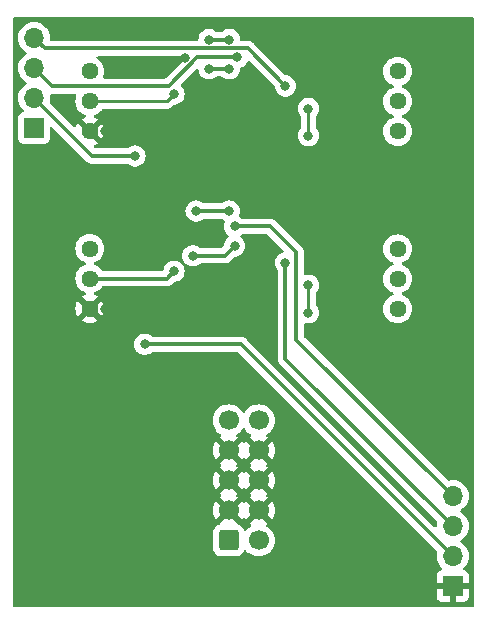
<source format=gbr>
%TF.GenerationSoftware,KiCad,Pcbnew,7.0.10*%
%TF.CreationDate,2024-02-20T21:55:58-06:00*%
%TF.ProjectId,Dual_VCA,4475616c-5f56-4434-912e-6b696361645f,rev?*%
%TF.SameCoordinates,Original*%
%TF.FileFunction,Copper,L2,Bot*%
%TF.FilePolarity,Positive*%
%FSLAX46Y46*%
G04 Gerber Fmt 4.6, Leading zero omitted, Abs format (unit mm)*
G04 Created by KiCad (PCBNEW 7.0.10) date 2024-02-20 21:55:58*
%MOMM*%
%LPD*%
G01*
G04 APERTURE LIST*
G04 Aperture macros list*
%AMRoundRect*
0 Rectangle with rounded corners*
0 $1 Rounding radius*
0 $2 $3 $4 $5 $6 $7 $8 $9 X,Y pos of 4 corners*
0 Add a 4 corners polygon primitive as box body*
4,1,4,$2,$3,$4,$5,$6,$7,$8,$9,$2,$3,0*
0 Add four circle primitives for the rounded corners*
1,1,$1+$1,$2,$3*
1,1,$1+$1,$4,$5*
1,1,$1+$1,$6,$7*
1,1,$1+$1,$8,$9*
0 Add four rect primitives between the rounded corners*
20,1,$1+$1,$2,$3,$4,$5,0*
20,1,$1+$1,$4,$5,$6,$7,0*
20,1,$1+$1,$6,$7,$8,$9,0*
20,1,$1+$1,$8,$9,$2,$3,0*%
G04 Aperture macros list end*
%TA.AperFunction,ComponentPad*%
%ADD10C,1.440000*%
%TD*%
%TA.AperFunction,ComponentPad*%
%ADD11RoundRect,0.250000X-0.600000X-0.600000X0.600000X-0.600000X0.600000X0.600000X-0.600000X0.600000X0*%
%TD*%
%TA.AperFunction,ComponentPad*%
%ADD12C,1.700000*%
%TD*%
%TA.AperFunction,ComponentPad*%
%ADD13R,1.700000X1.700000*%
%TD*%
%TA.AperFunction,ComponentPad*%
%ADD14O,1.700000X1.700000*%
%TD*%
%TA.AperFunction,ViaPad*%
%ADD15C,0.800000*%
%TD*%
%TA.AperFunction,Conductor*%
%ADD16C,0.300000*%
%TD*%
%TA.AperFunction,Conductor*%
%ADD17C,0.250000*%
%TD*%
G04 APERTURE END LIST*
D10*
%TO.P,RV6,1,1*%
%TO.N,GND*%
X111278750Y-114220000D03*
%TO.P,RV6,2,2*%
%TO.N,Net-(R32-Pad2)*%
X111278750Y-111680000D03*
%TO.P,RV6,3,3*%
%TO.N,+12V*%
X111278750Y-109140000D03*
%TD*%
%TO.P,RV4,1,1*%
%TO.N,Net-(R18-Pad1)*%
X137341250Y-114230000D03*
%TO.P,RV4,2,2*%
%TO.N,+12V*%
X137341250Y-111690000D03*
%TO.P,RV4,3,3*%
%TO.N,Net-(R19-Pad1)*%
X137341250Y-109150000D03*
%TD*%
%TO.P,RV2,1,1*%
%TO.N,GND*%
X111278750Y-129230000D03*
%TO.P,RV2,2,2*%
%TO.N,Net-(R4-Pad2)*%
X111278750Y-126690000D03*
%TO.P,RV2,3,3*%
%TO.N,+12V*%
X111278750Y-124150000D03*
%TD*%
%TO.P,RV3,1,1*%
%TO.N,Net-(R7-Pad1)*%
X137341250Y-129250000D03*
%TO.P,RV3,2,2*%
%TO.N,+12V*%
X137341250Y-126710000D03*
%TO.P,RV3,3,3*%
%TO.N,Net-(R8-Pad1)*%
X137341250Y-124170000D03*
%TD*%
D11*
%TO.P,J4,1,Pin_1*%
%TO.N,-12V*%
X123045000Y-148855000D03*
D12*
%TO.P,J4,2,Pin_2*%
X125585000Y-148855000D03*
%TO.P,J4,3,Pin_3*%
%TO.N,GND*%
X123045000Y-146315000D03*
%TO.P,J4,4,Pin_4*%
X125585000Y-146315000D03*
%TO.P,J4,5,Pin_5*%
X123045000Y-143775000D03*
%TO.P,J4,6,Pin_6*%
X125585000Y-143775000D03*
%TO.P,J4,7,Pin_7*%
X123045000Y-141235000D03*
%TO.P,J4,8,Pin_8*%
X125585000Y-141235000D03*
%TO.P,J4,9,Pin_9*%
%TO.N,+12V*%
X123045000Y-138695000D03*
%TO.P,J4,10,Pin_10*%
X125585000Y-138695000D03*
%TD*%
D13*
%TO.P,J8,1,Pin_1*%
%TO.N,unconnected-(J8-Pin_1-Pad1)*%
X106560000Y-113930000D03*
D14*
%TO.P,J8,2,Pin_2*%
%TO.N,/cv2_a*%
X106560000Y-111390000D03*
%TO.P,J8,3,Pin_3*%
%TO.N,/in2_a*%
X106560000Y-108850000D03*
%TO.P,J8,4,Pin_4*%
%TO.N,/out2_a*%
X106560000Y-106310000D03*
%TD*%
D13*
%TO.P,J12,1,Pin_1*%
%TO.N,GND*%
X142010000Y-152730000D03*
D14*
%TO.P,J12,2,Pin_2*%
%TO.N,/cv1_a*%
X142010000Y-150190000D03*
%TO.P,J12,3,Pin_3*%
%TO.N,/out1_a*%
X142010000Y-147650000D03*
%TO.P,J12,4,Pin_4*%
%TO.N,/in1_a*%
X142010000Y-145110000D03*
%TD*%
D15*
%TO.N,GND*%
X117685000Y-134005000D03*
X115285000Y-149780000D03*
X116260000Y-109080000D03*
X119310000Y-122980000D03*
X123660000Y-126555000D03*
X123660000Y-111555000D03*
X119310000Y-107980000D03*
X132685000Y-132230000D03*
X133385000Y-125380000D03*
X117685000Y-119005000D03*
X133385000Y-148605000D03*
X112585000Y-129230000D03*
X118461392Y-130519058D03*
X112585000Y-114230000D03*
X133385000Y-110380000D03*
X132685000Y-117255000D03*
X116260000Y-124080000D03*
X118470837Y-115511648D03*
%TO.N,Net-(Q1-E)*%
X120285500Y-120980000D03*
X123084500Y-120980000D03*
%TO.N,Net-(Q3-B)*%
X123084500Y-108930000D03*
X121385500Y-108930000D03*
%TO.N,Net-(Q3-C)*%
X129781373Y-112298201D03*
X129785000Y-114580000D03*
%TO.N,Net-(Q4-B)*%
X123535000Y-123930000D03*
X120010000Y-124755000D03*
%TO.N,Net-(Q4-C)*%
X129786722Y-127259615D03*
X129785000Y-129580000D03*
%TO.N,Net-(Q6-E)*%
X123084500Y-106455000D03*
X121385500Y-106455000D03*
%TO.N,Net-(R4-Pad2)*%
X118410000Y-126075000D03*
%TO.N,Net-(R32-Pad2)*%
X118410000Y-111080000D03*
%TO.N,/in2_a*%
X123785000Y-107955000D03*
%TO.N,/cv2_a*%
X115100000Y-116320000D03*
%TO.N,/out2_a*%
X127835000Y-110380000D03*
%TO.N,/in1_a*%
X123535000Y-122280000D03*
%TO.N,/cv1_a*%
X115935000Y-132255000D03*
%TO.N,/out1_a*%
X127835000Y-125355000D03*
%TD*%
D16*
%TO.N,Net-(Q1-E)*%
X120285500Y-120980000D02*
X123084500Y-120980000D01*
%TO.N,Net-(Q3-B)*%
X121385500Y-108930000D02*
X123084500Y-108930000D01*
D17*
%TO.N,Net-(Q3-C)*%
X129781373Y-112298201D02*
X129781373Y-114576373D01*
X129781373Y-114576373D02*
X129785000Y-114580000D01*
%TO.N,Net-(Q4-C)*%
X129786722Y-127259615D02*
X129786722Y-129578278D01*
X129786722Y-129578278D02*
X129785000Y-129580000D01*
D16*
%TO.N,Net-(Q6-E)*%
X121385500Y-106455000D02*
X123084500Y-106455000D01*
%TO.N,Net-(Q4-B)*%
X120010000Y-124755000D02*
X122710000Y-124755000D01*
%TO.N,Net-(R4-Pad2)*%
X117795000Y-126690000D02*
X111278750Y-126690000D01*
%TO.N,Net-(Q4-B)*%
X122710000Y-124755000D02*
X123535000Y-123930000D01*
%TO.N,Net-(R4-Pad2)*%
X118410000Y-126075000D02*
X117795000Y-126690000D01*
%TO.N,/cv2_a*%
X111490000Y-116320000D02*
X106560000Y-111390000D01*
%TO.N,/out1_a*%
X127840000Y-133480000D02*
X142010000Y-147650000D01*
%TO.N,/cv2_a*%
X106635000Y-111515000D02*
X106635000Y-111440000D01*
D17*
%TO.N,Net-(R32-Pad2)*%
X117810000Y-111680000D02*
X111278750Y-111680000D01*
D16*
%TO.N,/out1_a*%
X127835000Y-133480000D02*
X127840000Y-133480000D01*
%TO.N,/in1_a*%
X128760000Y-124470000D02*
X128760000Y-131865000D01*
%TO.N,/out2_a*%
X107455000Y-107205000D02*
X106560000Y-106310000D01*
%TO.N,/in2_a*%
X108115000Y-110405000D02*
X106560000Y-108850000D01*
%TO.N,/cv1_a*%
X124075000Y-132255000D02*
X142010000Y-150190000D01*
%TO.N,/in1_a*%
X128760000Y-131865000D02*
X128765000Y-131865000D01*
%TO.N,/out2_a*%
X124660000Y-107205000D02*
X107455000Y-107205000D01*
%TO.N,/out1_a*%
X127835000Y-125355000D02*
X127835000Y-133480000D01*
%TO.N,/in2_a*%
X123785000Y-107955000D02*
X120395661Y-107955000D01*
%TO.N,/cv1_a*%
X115935000Y-132255000D02*
X124075000Y-132255000D01*
D17*
%TO.N,Net-(R32-Pad2)*%
X117810000Y-111680000D02*
X118410000Y-111080000D01*
D16*
%TO.N,/in1_a*%
X123535000Y-122280000D02*
X126570000Y-122280000D01*
X128765000Y-131865000D02*
X142010000Y-145110000D01*
%TO.N,/in2_a*%
X117945661Y-110405000D02*
X108115000Y-110405000D01*
%TO.N,/cv2_a*%
X115100000Y-116320000D02*
X111490000Y-116320000D01*
%TO.N,/in2_a*%
X120395661Y-107955000D02*
X117945661Y-110405000D01*
%TO.N,/in1_a*%
X126570000Y-122280000D02*
X128760000Y-124470000D01*
%TO.N,/out2_a*%
X127835000Y-110380000D02*
X124660000Y-107205000D01*
%TD*%
%TA.AperFunction,Conductor*%
%TO.N,GND*%
G36*
X125125507Y-146524844D02*
G01*
X125203239Y-146645798D01*
X125311900Y-146739952D01*
X125442685Y-146799680D01*
X125452466Y-146801086D01*
X124823625Y-147429925D01*
X124899594Y-147483119D01*
X124943219Y-147537696D01*
X124950413Y-147607194D01*
X124918890Y-147669549D01*
X124899595Y-147686269D01*
X124713594Y-147816508D01*
X124546503Y-147983599D01*
X124545349Y-147984975D01*
X124544688Y-147985414D01*
X124542676Y-147987427D01*
X124542271Y-147987022D01*
X124487173Y-148023671D01*
X124417312Y-148024772D01*
X124357946Y-147987928D01*
X124332663Y-147944265D01*
X124329814Y-147935666D01*
X124237712Y-147786344D01*
X124113656Y-147662288D01*
X123964334Y-147570186D01*
X123891966Y-147546205D01*
X123834522Y-147506433D01*
X123807699Y-147441917D01*
X123807585Y-147431137D01*
X123177533Y-146801086D01*
X123187315Y-146799680D01*
X123318100Y-146739952D01*
X123426761Y-146645798D01*
X123504493Y-146524844D01*
X123528076Y-146444524D01*
X124159925Y-147076373D01*
X124213425Y-146999968D01*
X124268002Y-146956344D01*
X124337501Y-146949151D01*
X124399855Y-146980673D01*
X124416576Y-146999969D01*
X124470073Y-147076372D01*
X125101922Y-146444523D01*
X125125507Y-146524844D01*
G37*
%TD.AperFunction*%
%TA.AperFunction,Conductor*%
G36*
X125125507Y-143984844D02*
G01*
X125203239Y-144105798D01*
X125311900Y-144199952D01*
X125442685Y-144259680D01*
X125452466Y-144261086D01*
X124823625Y-144889925D01*
X124900031Y-144943425D01*
X124943655Y-144998002D01*
X124950848Y-145067501D01*
X124919326Y-145129855D01*
X124900029Y-145146576D01*
X124823625Y-145200072D01*
X125452466Y-145828913D01*
X125442685Y-145830320D01*
X125311900Y-145890048D01*
X125203239Y-145984202D01*
X125125507Y-146105156D01*
X125101923Y-146185476D01*
X124470072Y-145553625D01*
X124470072Y-145553626D01*
X124416574Y-145630030D01*
X124361998Y-145673655D01*
X124292499Y-145680849D01*
X124230144Y-145649326D01*
X124213424Y-145630030D01*
X124159925Y-145553626D01*
X124159925Y-145553625D01*
X123528076Y-146185475D01*
X123504493Y-146105156D01*
X123426761Y-145984202D01*
X123318100Y-145890048D01*
X123187315Y-145830320D01*
X123177533Y-145828913D01*
X123806373Y-145200073D01*
X123729969Y-145146576D01*
X123686344Y-145091999D01*
X123679150Y-145022501D01*
X123710672Y-144960146D01*
X123729968Y-144943425D01*
X123806373Y-144889925D01*
X123177533Y-144261086D01*
X123187315Y-144259680D01*
X123318100Y-144199952D01*
X123426761Y-144105798D01*
X123504493Y-143984844D01*
X123528076Y-143904524D01*
X124159925Y-144536373D01*
X124213425Y-144459968D01*
X124268002Y-144416344D01*
X124337501Y-144409151D01*
X124399855Y-144440673D01*
X124416576Y-144459969D01*
X124470073Y-144536372D01*
X125101922Y-143904523D01*
X125125507Y-143984844D01*
G37*
%TD.AperFunction*%
%TA.AperFunction,Conductor*%
G36*
X125125507Y-141444844D02*
G01*
X125203239Y-141565798D01*
X125311900Y-141659952D01*
X125442685Y-141719680D01*
X125452466Y-141721086D01*
X124823625Y-142349925D01*
X124900031Y-142403425D01*
X124943655Y-142458002D01*
X124950848Y-142527501D01*
X124919326Y-142589855D01*
X124900029Y-142606576D01*
X124823625Y-142660072D01*
X125452466Y-143288913D01*
X125442685Y-143290320D01*
X125311900Y-143350048D01*
X125203239Y-143444202D01*
X125125507Y-143565156D01*
X125101923Y-143645476D01*
X124470072Y-143013625D01*
X124470072Y-143013626D01*
X124416574Y-143090030D01*
X124361998Y-143133655D01*
X124292499Y-143140849D01*
X124230144Y-143109326D01*
X124213424Y-143090030D01*
X124159925Y-143013626D01*
X124159925Y-143013625D01*
X123528076Y-143645475D01*
X123504493Y-143565156D01*
X123426761Y-143444202D01*
X123318100Y-143350048D01*
X123187315Y-143290320D01*
X123177533Y-143288913D01*
X123806373Y-142660073D01*
X123729969Y-142606576D01*
X123686344Y-142551999D01*
X123679150Y-142482501D01*
X123710672Y-142420146D01*
X123729968Y-142403425D01*
X123806373Y-142349925D01*
X123177533Y-141721086D01*
X123187315Y-141719680D01*
X123318100Y-141659952D01*
X123426761Y-141565798D01*
X123504493Y-141444844D01*
X123528076Y-141364524D01*
X124159925Y-141996373D01*
X124213425Y-141919968D01*
X124268002Y-141876344D01*
X124337501Y-141869151D01*
X124399855Y-141900673D01*
X124416576Y-141919969D01*
X124470073Y-141996372D01*
X125101922Y-141364523D01*
X125125507Y-141444844D01*
G37*
%TD.AperFunction*%
%TA.AperFunction,Conductor*%
G36*
X124399855Y-139361546D02*
G01*
X124416575Y-139380842D01*
X124546500Y-139566395D01*
X124546505Y-139566401D01*
X124713599Y-139733495D01*
X124899594Y-139863730D01*
X124943218Y-139918307D01*
X124950411Y-139987806D01*
X124918889Y-140050160D01*
X124899593Y-140066880D01*
X124823626Y-140120072D01*
X124823625Y-140120072D01*
X125452466Y-140748913D01*
X125442685Y-140750320D01*
X125311900Y-140810048D01*
X125203239Y-140904202D01*
X125125507Y-141025156D01*
X125101923Y-141105476D01*
X124470072Y-140473625D01*
X124470072Y-140473626D01*
X124416574Y-140550030D01*
X124361998Y-140593655D01*
X124292499Y-140600849D01*
X124230144Y-140569326D01*
X124213424Y-140550030D01*
X124159925Y-140473626D01*
X124159925Y-140473625D01*
X123528076Y-141105475D01*
X123504493Y-141025156D01*
X123426761Y-140904202D01*
X123318100Y-140810048D01*
X123187315Y-140750320D01*
X123177533Y-140748913D01*
X123806373Y-140120073D01*
X123806373Y-140120072D01*
X123730405Y-140066880D01*
X123686780Y-140012304D01*
X123679586Y-139942805D01*
X123711108Y-139880451D01*
X123730399Y-139863734D01*
X123916401Y-139733495D01*
X124083495Y-139566401D01*
X124213425Y-139380842D01*
X124268002Y-139337217D01*
X124337500Y-139330023D01*
X124399855Y-139361546D01*
G37*
%TD.AperFunction*%
%TA.AperFunction,Conductor*%
G36*
X108031110Y-111055500D02*
G01*
X108032823Y-111055500D01*
X108054045Y-111055500D01*
X108073444Y-111057026D01*
X108094405Y-111060347D01*
X108139860Y-111056050D01*
X108151530Y-111055500D01*
X110028645Y-111055500D01*
X110095684Y-111075185D01*
X110141439Y-111127989D01*
X110151383Y-111197147D01*
X110141028Y-111231904D01*
X110127473Y-111260972D01*
X110127471Y-111260977D01*
X110072202Y-111467247D01*
X110072200Y-111467258D01*
X110053588Y-111679998D01*
X110053588Y-111680001D01*
X110072200Y-111892741D01*
X110072202Y-111892752D01*
X110127471Y-112099022D01*
X110127473Y-112099026D01*
X110127474Y-112099030D01*
X110154555Y-112157105D01*
X110217727Y-112292578D01*
X110217728Y-112292580D01*
X110217729Y-112292581D01*
X110233253Y-112314752D01*
X110340222Y-112467521D01*
X110491228Y-112618527D01*
X110491231Y-112618529D01*
X110666169Y-112741021D01*
X110666171Y-112741022D01*
X110666170Y-112741022D01*
X110730686Y-112771106D01*
X110859720Y-112831276D01*
X110859733Y-112831279D01*
X110864814Y-112833130D01*
X110864140Y-112834978D01*
X110916430Y-112866857D01*
X110946954Y-112929707D01*
X110938653Y-112999082D01*
X110894163Y-113052956D01*
X110864654Y-113066432D01*
X110864986Y-113067342D01*
X110859890Y-113069197D01*
X110666421Y-113159412D01*
X110666419Y-113159413D01*
X110610719Y-113198415D01*
X110610718Y-113198415D01*
X111234350Y-113822046D01*
X111153602Y-113834835D01*
X111040705Y-113892359D01*
X110951109Y-113981955D01*
X110893585Y-114094852D01*
X110880796Y-114175599D01*
X110257165Y-113551968D01*
X110257165Y-113551969D01*
X110218163Y-113607669D01*
X110218162Y-113607671D01*
X110127463Y-113802178D01*
X110081291Y-113854617D01*
X110014097Y-113873769D01*
X109947216Y-113853553D01*
X109927400Y-113837454D01*
X107907709Y-111817763D01*
X107874224Y-111756440D01*
X107875615Y-111697989D01*
X107880436Y-111679998D01*
X107895063Y-111625408D01*
X107915659Y-111390000D01*
X107898150Y-111189882D01*
X107911916Y-111121385D01*
X107960531Y-111071202D01*
X108025021Y-111056096D01*
X108025021Y-111055500D01*
X108027569Y-111055500D01*
X108028560Y-111055268D01*
X108031110Y-111055500D01*
G37*
%TD.AperFunction*%
%TA.AperFunction,Conductor*%
G36*
X119342892Y-107875185D02*
G01*
X119388647Y-107927989D01*
X119398591Y-107997147D01*
X119369566Y-108060703D01*
X119363534Y-108067181D01*
X117712534Y-109718181D01*
X117651211Y-109751666D01*
X117624853Y-109754500D01*
X112533518Y-109754500D01*
X112466479Y-109734815D01*
X112420724Y-109682011D01*
X112410780Y-109612853D01*
X112421135Y-109578097D01*
X112425362Y-109569031D01*
X112430026Y-109559030D01*
X112485299Y-109352747D01*
X112503912Y-109140000D01*
X112485299Y-108927253D01*
X112432707Y-108730977D01*
X112430028Y-108720977D01*
X112430027Y-108720976D01*
X112430026Y-108720970D01*
X112339771Y-108527419D01*
X112217279Y-108352481D01*
X112217277Y-108352478D01*
X112066271Y-108201472D01*
X111967172Y-108132083D01*
X111894323Y-108081074D01*
X111850699Y-108026499D01*
X111843505Y-107957000D01*
X111875027Y-107894645D01*
X111935257Y-107859231D01*
X111965447Y-107855500D01*
X119275853Y-107855500D01*
X119342892Y-107875185D01*
G37*
%TD.AperFunction*%
%TA.AperFunction,Conductor*%
G36*
X143752539Y-104550185D02*
G01*
X143798294Y-104602989D01*
X143809500Y-104654500D01*
X143809500Y-154405500D01*
X143789815Y-154472539D01*
X143737011Y-154518294D01*
X143685500Y-154529500D01*
X104934500Y-154529500D01*
X104867461Y-154509815D01*
X104821706Y-154457011D01*
X104810500Y-154405500D01*
X104810500Y-138695000D01*
X121689341Y-138695000D01*
X121709936Y-138930403D01*
X121709938Y-138930413D01*
X121771094Y-139158655D01*
X121771096Y-139158659D01*
X121771097Y-139158663D01*
X121775000Y-139167032D01*
X121870965Y-139372830D01*
X121870967Y-139372834D01*
X121979281Y-139527521D01*
X122006505Y-139566401D01*
X122173599Y-139733495D01*
X122359594Y-139863730D01*
X122403218Y-139918307D01*
X122410411Y-139987806D01*
X122378889Y-140050160D01*
X122359593Y-140066880D01*
X122283626Y-140120072D01*
X122283625Y-140120072D01*
X122912466Y-140748913D01*
X122902685Y-140750320D01*
X122771900Y-140810048D01*
X122663239Y-140904202D01*
X122585507Y-141025156D01*
X122561923Y-141105475D01*
X121930073Y-140473625D01*
X121930072Y-140473625D01*
X121871401Y-140557419D01*
X121771570Y-140771507D01*
X121771566Y-140771516D01*
X121710432Y-140999673D01*
X121710430Y-140999684D01*
X121689843Y-141234998D01*
X121689843Y-141235001D01*
X121710430Y-141470315D01*
X121710432Y-141470326D01*
X121771566Y-141698483D01*
X121771570Y-141698492D01*
X121871400Y-141912579D01*
X121871402Y-141912583D01*
X121930072Y-141996373D01*
X121930073Y-141996373D01*
X122561923Y-141364523D01*
X122585507Y-141444844D01*
X122663239Y-141565798D01*
X122771900Y-141659952D01*
X122902685Y-141719680D01*
X122912466Y-141721086D01*
X122283625Y-142349925D01*
X122360031Y-142403425D01*
X122403655Y-142458002D01*
X122410848Y-142527501D01*
X122379326Y-142589855D01*
X122360029Y-142606576D01*
X122283625Y-142660072D01*
X122912466Y-143288913D01*
X122902685Y-143290320D01*
X122771900Y-143350048D01*
X122663239Y-143444202D01*
X122585507Y-143565156D01*
X122561923Y-143645475D01*
X121930073Y-143013625D01*
X121930072Y-143013625D01*
X121871401Y-143097419D01*
X121771570Y-143311507D01*
X121771566Y-143311516D01*
X121710432Y-143539673D01*
X121710430Y-143539684D01*
X121689843Y-143774998D01*
X121689843Y-143775001D01*
X121710430Y-144010315D01*
X121710432Y-144010326D01*
X121771566Y-144238483D01*
X121771570Y-144238492D01*
X121871400Y-144452579D01*
X121871402Y-144452583D01*
X121930072Y-144536373D01*
X121930073Y-144536373D01*
X122561923Y-143904523D01*
X122585507Y-143984844D01*
X122663239Y-144105798D01*
X122771900Y-144199952D01*
X122902685Y-144259680D01*
X122912466Y-144261086D01*
X122283625Y-144889925D01*
X122360031Y-144943425D01*
X122403655Y-144998002D01*
X122410848Y-145067501D01*
X122379326Y-145129855D01*
X122360029Y-145146576D01*
X122283625Y-145200072D01*
X122912466Y-145828913D01*
X122902685Y-145830320D01*
X122771900Y-145890048D01*
X122663239Y-145984202D01*
X122585507Y-146105156D01*
X122561923Y-146185475D01*
X121930073Y-145553625D01*
X121930072Y-145553625D01*
X121871401Y-145637419D01*
X121771570Y-145851507D01*
X121771566Y-145851516D01*
X121710432Y-146079673D01*
X121710430Y-146079684D01*
X121689843Y-146314998D01*
X121689843Y-146315001D01*
X121710430Y-146550315D01*
X121710432Y-146550326D01*
X121771566Y-146778483D01*
X121771570Y-146778492D01*
X121871400Y-146992579D01*
X121871402Y-146992583D01*
X121930072Y-147076373D01*
X121930073Y-147076373D01*
X122561923Y-146444523D01*
X122585507Y-146524844D01*
X122663239Y-146645798D01*
X122771900Y-146739952D01*
X122902685Y-146799680D01*
X122912466Y-146801086D01*
X122279208Y-147434342D01*
X122268788Y-147486193D01*
X122220172Y-147536376D01*
X122198032Y-147546205D01*
X122125674Y-147570182D01*
X122125663Y-147570187D01*
X121976342Y-147662289D01*
X121852289Y-147786342D01*
X121760187Y-147935663D01*
X121760185Y-147935668D01*
X121743701Y-147985414D01*
X121705001Y-148102203D01*
X121705001Y-148102204D01*
X121705000Y-148102204D01*
X121694500Y-148204983D01*
X121694500Y-149505001D01*
X121694501Y-149505018D01*
X121705000Y-149607796D01*
X121705001Y-149607799D01*
X121744303Y-149726402D01*
X121760186Y-149774334D01*
X121852288Y-149923656D01*
X121976344Y-150047712D01*
X122125666Y-150139814D01*
X122292203Y-150194999D01*
X122394991Y-150205500D01*
X123695008Y-150205499D01*
X123797797Y-150194999D01*
X123964334Y-150139814D01*
X124113656Y-150047712D01*
X124237712Y-149923656D01*
X124329814Y-149774334D01*
X124332662Y-149765738D01*
X124372429Y-149708294D01*
X124436944Y-149681468D01*
X124505720Y-149693779D01*
X124542483Y-149722766D01*
X124542677Y-149722573D01*
X124544313Y-149724209D01*
X124545354Y-149725030D01*
X124546501Y-149726397D01*
X124546505Y-149726401D01*
X124713599Y-149893495D01*
X124800860Y-149954596D01*
X124907165Y-150029032D01*
X124907167Y-150029033D01*
X124907170Y-150029035D01*
X125121337Y-150128903D01*
X125349592Y-150190063D01*
X125526034Y-150205500D01*
X125584999Y-150210659D01*
X125585000Y-150210659D01*
X125585001Y-150210659D01*
X125643966Y-150205500D01*
X125820408Y-150190063D01*
X126048663Y-150128903D01*
X126262830Y-150029035D01*
X126456401Y-149893495D01*
X126623495Y-149726401D01*
X126759035Y-149532830D01*
X126858903Y-149318663D01*
X126920063Y-149090408D01*
X126940659Y-148855000D01*
X126920063Y-148619592D01*
X126858903Y-148391337D01*
X126759035Y-148177171D01*
X126714568Y-148113664D01*
X126623494Y-147983597D01*
X126456402Y-147816506D01*
X126456401Y-147816505D01*
X126270405Y-147686269D01*
X126226781Y-147631692D01*
X126219588Y-147562193D01*
X126251110Y-147499839D01*
X126270405Y-147483119D01*
X126346373Y-147429925D01*
X125717533Y-146801086D01*
X125727315Y-146799680D01*
X125858100Y-146739952D01*
X125966761Y-146645798D01*
X126044493Y-146524844D01*
X126068076Y-146444524D01*
X126699925Y-147076373D01*
X126699926Y-147076373D01*
X126758598Y-146992582D01*
X126758600Y-146992578D01*
X126858429Y-146778492D01*
X126858433Y-146778483D01*
X126919567Y-146550326D01*
X126919569Y-146550315D01*
X126940157Y-146315001D01*
X126940157Y-146314998D01*
X126919569Y-146079684D01*
X126919567Y-146079673D01*
X126858433Y-145851516D01*
X126858429Y-145851507D01*
X126758600Y-145637423D01*
X126758599Y-145637421D01*
X126699925Y-145553626D01*
X126699925Y-145553625D01*
X126068076Y-146185475D01*
X126044493Y-146105156D01*
X125966761Y-145984202D01*
X125858100Y-145890048D01*
X125727315Y-145830320D01*
X125717533Y-145828913D01*
X126346373Y-145200073D01*
X126269969Y-145146576D01*
X126226344Y-145091999D01*
X126219150Y-145022501D01*
X126250672Y-144960146D01*
X126269968Y-144943425D01*
X126346373Y-144889925D01*
X125717533Y-144261086D01*
X125727315Y-144259680D01*
X125858100Y-144199952D01*
X125966761Y-144105798D01*
X126044493Y-143984844D01*
X126068076Y-143904524D01*
X126699925Y-144536373D01*
X126699926Y-144536373D01*
X126758598Y-144452582D01*
X126758600Y-144452578D01*
X126858429Y-144238492D01*
X126858433Y-144238483D01*
X126919567Y-144010326D01*
X126919569Y-144010315D01*
X126940157Y-143775001D01*
X126940157Y-143774998D01*
X126919569Y-143539684D01*
X126919567Y-143539673D01*
X126858433Y-143311516D01*
X126858429Y-143311507D01*
X126758600Y-143097423D01*
X126758599Y-143097421D01*
X126699925Y-143013626D01*
X126699925Y-143013625D01*
X126068076Y-143645475D01*
X126044493Y-143565156D01*
X125966761Y-143444202D01*
X125858100Y-143350048D01*
X125727315Y-143290320D01*
X125717533Y-143288913D01*
X126346373Y-142660073D01*
X126269969Y-142606576D01*
X126226344Y-142551999D01*
X126219150Y-142482501D01*
X126250672Y-142420146D01*
X126269968Y-142403425D01*
X126346373Y-142349925D01*
X125717533Y-141721086D01*
X125727315Y-141719680D01*
X125858100Y-141659952D01*
X125966761Y-141565798D01*
X126044493Y-141444844D01*
X126068076Y-141364524D01*
X126699925Y-141996373D01*
X126699926Y-141996373D01*
X126758598Y-141912582D01*
X126758600Y-141912578D01*
X126858429Y-141698492D01*
X126858433Y-141698483D01*
X126919567Y-141470326D01*
X126919569Y-141470315D01*
X126940157Y-141235001D01*
X126940157Y-141234998D01*
X126919569Y-140999684D01*
X126919567Y-140999673D01*
X126858433Y-140771516D01*
X126858429Y-140771507D01*
X126758600Y-140557423D01*
X126758599Y-140557421D01*
X126699925Y-140473626D01*
X126699925Y-140473625D01*
X126068076Y-141105475D01*
X126044493Y-141025156D01*
X125966761Y-140904202D01*
X125858100Y-140810048D01*
X125727315Y-140750320D01*
X125717533Y-140748913D01*
X126346373Y-140120073D01*
X126346373Y-140120072D01*
X126270405Y-140066880D01*
X126226780Y-140012304D01*
X126219586Y-139942805D01*
X126251108Y-139880451D01*
X126270399Y-139863734D01*
X126456401Y-139733495D01*
X126623495Y-139566401D01*
X126759035Y-139372830D01*
X126858903Y-139158663D01*
X126920063Y-138930408D01*
X126940659Y-138695000D01*
X126920063Y-138459592D01*
X126858903Y-138231337D01*
X126759035Y-138017171D01*
X126753425Y-138009158D01*
X126623494Y-137823597D01*
X126456402Y-137656506D01*
X126456395Y-137656501D01*
X126262834Y-137520967D01*
X126262830Y-137520965D01*
X126262828Y-137520964D01*
X126048663Y-137421097D01*
X126048659Y-137421096D01*
X126048655Y-137421094D01*
X125820413Y-137359938D01*
X125820403Y-137359936D01*
X125585001Y-137339341D01*
X125584999Y-137339341D01*
X125349596Y-137359936D01*
X125349586Y-137359938D01*
X125121344Y-137421094D01*
X125121335Y-137421098D01*
X124907171Y-137520964D01*
X124907169Y-137520965D01*
X124713597Y-137656505D01*
X124546505Y-137823597D01*
X124416575Y-138009158D01*
X124361998Y-138052783D01*
X124292500Y-138059977D01*
X124230145Y-138028454D01*
X124213425Y-138009158D01*
X124083494Y-137823597D01*
X123916402Y-137656506D01*
X123916395Y-137656501D01*
X123722834Y-137520967D01*
X123722830Y-137520965D01*
X123722828Y-137520964D01*
X123508663Y-137421097D01*
X123508659Y-137421096D01*
X123508655Y-137421094D01*
X123280413Y-137359938D01*
X123280403Y-137359936D01*
X123045001Y-137339341D01*
X123044999Y-137339341D01*
X122809596Y-137359936D01*
X122809586Y-137359938D01*
X122581344Y-137421094D01*
X122581335Y-137421098D01*
X122367171Y-137520964D01*
X122367169Y-137520965D01*
X122173597Y-137656505D01*
X122006505Y-137823597D01*
X121870965Y-138017169D01*
X121870964Y-138017171D01*
X121771098Y-138231335D01*
X121771094Y-138231344D01*
X121709938Y-138459586D01*
X121709936Y-138459596D01*
X121689341Y-138694999D01*
X121689341Y-138695000D01*
X104810500Y-138695000D01*
X104810500Y-132255000D01*
X115029540Y-132255000D01*
X115049326Y-132443256D01*
X115049327Y-132443259D01*
X115107818Y-132623277D01*
X115107821Y-132623284D01*
X115202467Y-132787216D01*
X115308971Y-132905500D01*
X115329129Y-132927888D01*
X115482265Y-133039148D01*
X115482270Y-133039151D01*
X115655192Y-133116142D01*
X115655197Y-133116144D01*
X115840354Y-133155500D01*
X115840355Y-133155500D01*
X116029644Y-133155500D01*
X116029646Y-133155500D01*
X116214803Y-133116144D01*
X116387730Y-133039151D01*
X116539090Y-132929182D01*
X116604896Y-132905702D01*
X116611975Y-132905500D01*
X123754192Y-132905500D01*
X123821231Y-132925185D01*
X123841873Y-132941819D01*
X140662290Y-149762236D01*
X140695775Y-149823559D01*
X140694384Y-149882008D01*
X140674937Y-149954589D01*
X140674937Y-149954590D01*
X140654341Y-150189999D01*
X140654341Y-150190000D01*
X140674936Y-150425403D01*
X140674938Y-150425413D01*
X140736094Y-150653655D01*
X140736096Y-150653659D01*
X140736097Y-150653663D01*
X140835965Y-150867830D01*
X140835967Y-150867834D01*
X140944281Y-151022521D01*
X140971501Y-151061396D01*
X140971506Y-151061402D01*
X141093818Y-151183714D01*
X141127303Y-151245037D01*
X141122319Y-151314729D01*
X141080447Y-151370662D01*
X141049471Y-151387577D01*
X140917912Y-151436646D01*
X140917906Y-151436649D01*
X140802812Y-151522809D01*
X140802809Y-151522812D01*
X140716649Y-151637906D01*
X140716645Y-151637913D01*
X140666403Y-151772620D01*
X140666401Y-151772627D01*
X140660000Y-151832155D01*
X140660000Y-152480000D01*
X141576314Y-152480000D01*
X141550507Y-152520156D01*
X141510000Y-152658111D01*
X141510000Y-152801889D01*
X141550507Y-152939844D01*
X141576314Y-152980000D01*
X140660000Y-152980000D01*
X140660000Y-153627844D01*
X140666401Y-153687372D01*
X140666403Y-153687379D01*
X140716645Y-153822086D01*
X140716649Y-153822093D01*
X140802809Y-153937187D01*
X140802812Y-153937190D01*
X140917906Y-154023350D01*
X140917913Y-154023354D01*
X141052620Y-154073596D01*
X141052627Y-154073598D01*
X141112155Y-154079999D01*
X141112172Y-154080000D01*
X141760000Y-154080000D01*
X141760000Y-153165501D01*
X141867685Y-153214680D01*
X141974237Y-153230000D01*
X142045763Y-153230000D01*
X142152315Y-153214680D01*
X142260000Y-153165501D01*
X142260000Y-154080000D01*
X142907828Y-154080000D01*
X142907844Y-154079999D01*
X142967372Y-154073598D01*
X142967379Y-154073596D01*
X143102086Y-154023354D01*
X143102093Y-154023350D01*
X143217187Y-153937190D01*
X143217190Y-153937187D01*
X143303350Y-153822093D01*
X143303354Y-153822086D01*
X143353596Y-153687379D01*
X143353598Y-153687372D01*
X143359999Y-153627844D01*
X143360000Y-153627827D01*
X143360000Y-152980000D01*
X142443686Y-152980000D01*
X142469493Y-152939844D01*
X142510000Y-152801889D01*
X142510000Y-152658111D01*
X142469493Y-152520156D01*
X142443686Y-152480000D01*
X143360000Y-152480000D01*
X143360000Y-151832172D01*
X143359999Y-151832155D01*
X143353598Y-151772627D01*
X143353596Y-151772620D01*
X143303354Y-151637913D01*
X143303350Y-151637906D01*
X143217190Y-151522812D01*
X143217187Y-151522809D01*
X143102093Y-151436649D01*
X143102088Y-151436646D01*
X142970528Y-151387577D01*
X142914595Y-151345705D01*
X142890178Y-151280241D01*
X142905030Y-151211968D01*
X142926175Y-151183720D01*
X143048495Y-151061401D01*
X143184035Y-150867830D01*
X143283903Y-150653663D01*
X143345063Y-150425408D01*
X143365659Y-150190000D01*
X143345063Y-149954592D01*
X143293522Y-149762236D01*
X143283905Y-149726344D01*
X143283904Y-149726343D01*
X143283903Y-149726337D01*
X143184035Y-149512171D01*
X143179027Y-149505018D01*
X143048494Y-149318597D01*
X142881402Y-149151506D01*
X142881396Y-149151501D01*
X142695842Y-149021575D01*
X142652217Y-148966998D01*
X142645023Y-148897500D01*
X142676546Y-148835145D01*
X142695842Y-148818425D01*
X142718026Y-148802891D01*
X142881401Y-148688495D01*
X143048495Y-148521401D01*
X143184035Y-148327830D01*
X143283903Y-148113663D01*
X143345063Y-147885408D01*
X143365659Y-147650000D01*
X143345063Y-147414592D01*
X143283903Y-147186337D01*
X143184035Y-146972171D01*
X143167917Y-146949151D01*
X143048494Y-146778597D01*
X142881402Y-146611506D01*
X142881396Y-146611501D01*
X142695842Y-146481575D01*
X142652217Y-146426998D01*
X142645023Y-146357500D01*
X142676546Y-146295145D01*
X142695842Y-146278425D01*
X142746275Y-146243111D01*
X142881401Y-146148495D01*
X143048495Y-145981401D01*
X143184035Y-145787830D01*
X143283903Y-145573663D01*
X143345063Y-145345408D01*
X143365659Y-145110000D01*
X143345063Y-144874592D01*
X143283903Y-144646337D01*
X143184035Y-144432171D01*
X143167917Y-144409151D01*
X143048494Y-144238597D01*
X142881402Y-144071506D01*
X142881395Y-144071501D01*
X142687834Y-143935967D01*
X142687830Y-143935965D01*
X142473663Y-143836097D01*
X142473659Y-143836096D01*
X142473655Y-143836094D01*
X142245413Y-143774938D01*
X142245403Y-143774936D01*
X142010001Y-143754341D01*
X142009999Y-143754341D01*
X141774590Y-143774937D01*
X141774589Y-143774937D01*
X141702008Y-143794384D01*
X141632158Y-143792720D01*
X141582236Y-143762290D01*
X129446819Y-131626873D01*
X129413334Y-131565550D01*
X129410500Y-131539192D01*
X129410500Y-130574142D01*
X129430185Y-130507103D01*
X129482989Y-130461348D01*
X129552147Y-130451404D01*
X129560270Y-130452850D01*
X129690354Y-130480500D01*
X129690355Y-130480500D01*
X129879644Y-130480500D01*
X129879646Y-130480500D01*
X130064803Y-130441144D01*
X130237730Y-130364151D01*
X130390871Y-130252888D01*
X130517533Y-130112216D01*
X130612179Y-129948284D01*
X130670674Y-129768256D01*
X130690460Y-129580000D01*
X130670674Y-129391744D01*
X130624619Y-129250001D01*
X136116088Y-129250001D01*
X136134700Y-129462741D01*
X136134702Y-129462752D01*
X136189971Y-129669022D01*
X136189973Y-129669026D01*
X136189974Y-129669030D01*
X136232421Y-129760058D01*
X136280227Y-129862578D01*
X136402722Y-130037521D01*
X136553728Y-130188527D01*
X136553731Y-130188529D01*
X136728669Y-130311021D01*
X136728671Y-130311022D01*
X136728670Y-130311022D01*
X136793186Y-130341106D01*
X136922220Y-130401276D01*
X137128503Y-130456549D01*
X137280465Y-130469844D01*
X137341248Y-130475162D01*
X137341250Y-130475162D01*
X137341252Y-130475162D01*
X137394436Y-130470508D01*
X137553997Y-130456549D01*
X137760280Y-130401276D01*
X137953831Y-130311021D01*
X138128769Y-130188529D01*
X138279779Y-130037519D01*
X138402271Y-129862581D01*
X138492526Y-129669030D01*
X138547799Y-129462747D01*
X138566412Y-129250000D01*
X138564662Y-129230002D01*
X138547799Y-129037258D01*
X138547799Y-129037253D01*
X138492526Y-128830970D01*
X138402271Y-128637419D01*
X138279779Y-128462481D01*
X138279777Y-128462478D01*
X138128771Y-128311472D01*
X137953828Y-128188977D01*
X137953829Y-128188977D01*
X137824797Y-128128809D01*
X137760280Y-128098724D01*
X137760273Y-128098722D01*
X137755186Y-128096870D01*
X137755959Y-128094746D01*
X137704555Y-128063424D01*
X137674016Y-128000581D01*
X137682300Y-127931204D01*
X137726778Y-127877320D01*
X137755565Y-127864172D01*
X137755186Y-127863130D01*
X137760263Y-127861280D01*
X137760280Y-127861276D01*
X137953831Y-127771021D01*
X138128769Y-127648529D01*
X138279779Y-127497519D01*
X138402271Y-127322581D01*
X138492526Y-127129030D01*
X138547799Y-126922747D01*
X138566412Y-126710000D01*
X138547799Y-126497253D01*
X138492526Y-126290970D01*
X138402271Y-126097419D01*
X138279779Y-125922481D01*
X138279777Y-125922478D01*
X138128771Y-125771472D01*
X137953828Y-125648977D01*
X137953829Y-125648977D01*
X137824797Y-125588809D01*
X137760280Y-125558724D01*
X137760273Y-125558722D01*
X137755186Y-125556870D01*
X137755959Y-125554746D01*
X137704555Y-125523424D01*
X137674016Y-125460581D01*
X137682300Y-125391204D01*
X137726778Y-125337320D01*
X137755565Y-125324172D01*
X137755186Y-125323130D01*
X137760263Y-125321280D01*
X137760280Y-125321276D01*
X137953831Y-125231021D01*
X138128769Y-125108529D01*
X138279779Y-124957519D01*
X138402271Y-124782581D01*
X138492526Y-124589030D01*
X138547799Y-124382747D01*
X138566412Y-124170000D01*
X138565023Y-124154129D01*
X138558723Y-124082111D01*
X138547799Y-123957253D01*
X138492526Y-123750970D01*
X138402271Y-123557419D01*
X138279779Y-123382481D01*
X138279777Y-123382478D01*
X138128771Y-123231472D01*
X137953828Y-123108977D01*
X137953829Y-123108977D01*
X137824797Y-123048809D01*
X137760280Y-123018724D01*
X137760276Y-123018723D01*
X137760272Y-123018721D01*
X137554002Y-122963452D01*
X137553998Y-122963451D01*
X137553997Y-122963451D01*
X137553996Y-122963450D01*
X137553991Y-122963450D01*
X137341252Y-122944838D01*
X137341248Y-122944838D01*
X137128508Y-122963450D01*
X137128497Y-122963452D01*
X136922227Y-123018721D01*
X136922218Y-123018725D01*
X136728671Y-123108977D01*
X136553728Y-123231472D01*
X136402722Y-123382478D01*
X136280227Y-123557421D01*
X136189975Y-123750968D01*
X136189971Y-123750977D01*
X136134702Y-123957247D01*
X136134700Y-123957258D01*
X136116088Y-124169998D01*
X136116088Y-124170001D01*
X136134700Y-124382741D01*
X136134702Y-124382752D01*
X136189971Y-124589022D01*
X136189973Y-124589026D01*
X136189974Y-124589030D01*
X136232421Y-124680058D01*
X136280227Y-124782578D01*
X136280228Y-124782580D01*
X136280229Y-124782581D01*
X136286225Y-124791144D01*
X136402722Y-124957521D01*
X136553728Y-125108527D01*
X136553731Y-125108529D01*
X136728669Y-125231021D01*
X136728671Y-125231022D01*
X136728670Y-125231022D01*
X136786690Y-125258077D01*
X136922220Y-125321276D01*
X136922233Y-125321279D01*
X136927314Y-125323130D01*
X136926542Y-125325250D01*
X136977960Y-125356594D01*
X137008487Y-125419442D01*
X137000189Y-125488817D01*
X136955702Y-125542693D01*
X136926935Y-125555830D01*
X136927314Y-125556870D01*
X136922222Y-125558723D01*
X136922220Y-125558724D01*
X136922218Y-125558725D01*
X136728671Y-125648977D01*
X136553728Y-125771472D01*
X136402722Y-125922478D01*
X136280227Y-126097421D01*
X136189975Y-126290968D01*
X136189971Y-126290977D01*
X136134702Y-126497247D01*
X136134700Y-126497258D01*
X136116088Y-126709998D01*
X136116088Y-126710001D01*
X136134700Y-126922741D01*
X136134702Y-126922752D01*
X136189971Y-127129022D01*
X136189973Y-127129026D01*
X136189974Y-127129030D01*
X136226836Y-127208081D01*
X136280227Y-127322578D01*
X136280228Y-127322580D01*
X136280229Y-127322581D01*
X136292390Y-127339949D01*
X136402722Y-127497521D01*
X136553728Y-127648527D01*
X136553731Y-127648529D01*
X136728669Y-127771021D01*
X136728671Y-127771022D01*
X136728670Y-127771022D01*
X136793186Y-127801106D01*
X136922220Y-127861276D01*
X136922233Y-127861279D01*
X136927314Y-127863130D01*
X136926542Y-127865250D01*
X136977960Y-127896594D01*
X137008487Y-127959442D01*
X137000189Y-128028817D01*
X136955702Y-128082693D01*
X136926935Y-128095830D01*
X136927314Y-128096870D01*
X136922222Y-128098723D01*
X136922220Y-128098724D01*
X136922218Y-128098725D01*
X136728671Y-128188977D01*
X136553728Y-128311472D01*
X136402722Y-128462478D01*
X136280227Y-128637421D01*
X136189975Y-128830968D01*
X136189971Y-128830977D01*
X136134702Y-129037247D01*
X136134700Y-129037258D01*
X136116088Y-129249998D01*
X136116088Y-129250001D01*
X130624619Y-129250001D01*
X130612179Y-129211716D01*
X130517533Y-129047784D01*
X130444072Y-128966197D01*
X130413842Y-128903205D01*
X130412222Y-128883225D01*
X130412222Y-127958302D01*
X130431907Y-127891263D01*
X130444072Y-127875330D01*
X130462613Y-127854737D01*
X130519255Y-127791831D01*
X130613901Y-127627899D01*
X130672396Y-127447871D01*
X130692182Y-127259615D01*
X130672396Y-127071359D01*
X130613901Y-126891331D01*
X130519255Y-126727399D01*
X130392593Y-126586727D01*
X130392592Y-126586726D01*
X130239456Y-126475466D01*
X130239451Y-126475463D01*
X130066529Y-126398472D01*
X130066524Y-126398470D01*
X129920723Y-126367480D01*
X129881368Y-126359115D01*
X129692076Y-126359115D01*
X129560279Y-126387128D01*
X129490613Y-126381812D01*
X129434880Y-126339674D01*
X129410775Y-126274094D01*
X129410500Y-126265838D01*
X129410500Y-124555503D01*
X129412268Y-124539491D01*
X129412026Y-124539469D01*
X129412760Y-124531706D01*
X129410561Y-124461722D01*
X129410500Y-124457828D01*
X129410500Y-124429078D01*
X129410499Y-124429071D01*
X129409950Y-124424725D01*
X129409031Y-124413062D01*
X129408912Y-124409266D01*
X129407598Y-124367431D01*
X129401676Y-124347050D01*
X129397731Y-124327995D01*
X129395072Y-124306949D01*
X129395071Y-124306947D01*
X129395071Y-124306942D01*
X129378267Y-124264501D01*
X129374484Y-124253452D01*
X129361745Y-124209602D01*
X129361142Y-124208583D01*
X129350936Y-124191324D01*
X129342378Y-124173855D01*
X129334568Y-124154129D01*
X129307721Y-124117179D01*
X129301331Y-124107449D01*
X129278081Y-124068135D01*
X129263075Y-124053129D01*
X129250435Y-124038330D01*
X129237961Y-124021160D01*
X129202780Y-123992056D01*
X129194140Y-123984194D01*
X127090434Y-121880488D01*
X127080361Y-121867914D01*
X127080174Y-121868070D01*
X127075198Y-121862054D01*
X127024167Y-121814134D01*
X127021369Y-121811423D01*
X127001035Y-121791089D01*
X126997548Y-121788384D01*
X126988669Y-121780800D01*
X126955396Y-121749554D01*
X126955388Y-121749548D01*
X126936792Y-121739325D01*
X126920531Y-121728644D01*
X126903763Y-121715637D01*
X126887409Y-121708560D01*
X126861853Y-121697501D01*
X126851394Y-121692377D01*
X126811368Y-121670373D01*
X126811365Y-121670372D01*
X126790801Y-121665092D01*
X126772396Y-121658790D01*
X126752927Y-121650365D01*
X126752921Y-121650363D01*
X126707837Y-121643223D01*
X126696398Y-121640854D01*
X126652180Y-121629500D01*
X126652177Y-121629500D01*
X126630955Y-121629500D01*
X126611555Y-121627973D01*
X126590596Y-121624653D01*
X126590595Y-121624653D01*
X126555475Y-121627973D01*
X126545140Y-121628950D01*
X126533470Y-121629500D01*
X124211975Y-121629500D01*
X124144936Y-121609815D01*
X124139090Y-121605818D01*
X123987734Y-121495851D01*
X123987732Y-121495850D01*
X123981394Y-121493028D01*
X123928160Y-121447775D01*
X123907842Y-121380924D01*
X123913905Y-121341433D01*
X123970174Y-121168256D01*
X123989960Y-120980000D01*
X123970174Y-120791744D01*
X123911679Y-120611716D01*
X123817033Y-120447784D01*
X123690371Y-120307112D01*
X123688590Y-120305818D01*
X123537234Y-120195851D01*
X123537229Y-120195848D01*
X123364307Y-120118857D01*
X123364302Y-120118855D01*
X123218501Y-120087865D01*
X123179146Y-120079500D01*
X122989854Y-120079500D01*
X122957397Y-120086398D01*
X122804697Y-120118855D01*
X122804692Y-120118857D01*
X122631770Y-120195848D01*
X122631765Y-120195851D01*
X122480410Y-120305818D01*
X122414604Y-120329298D01*
X122407525Y-120329500D01*
X120962475Y-120329500D01*
X120895436Y-120309815D01*
X120889590Y-120305818D01*
X120738234Y-120195851D01*
X120738229Y-120195848D01*
X120565307Y-120118857D01*
X120565302Y-120118855D01*
X120419501Y-120087865D01*
X120380146Y-120079500D01*
X120190854Y-120079500D01*
X120158397Y-120086398D01*
X120005697Y-120118855D01*
X120005692Y-120118857D01*
X119832770Y-120195848D01*
X119832765Y-120195851D01*
X119679629Y-120307111D01*
X119552966Y-120447785D01*
X119458321Y-120611715D01*
X119458318Y-120611722D01*
X119399827Y-120791740D01*
X119399826Y-120791744D01*
X119380040Y-120980000D01*
X119399826Y-121168256D01*
X119399827Y-121168259D01*
X119458318Y-121348277D01*
X119458321Y-121348284D01*
X119552967Y-121512216D01*
X119658075Y-121628950D01*
X119679629Y-121652888D01*
X119832765Y-121764148D01*
X119832770Y-121764151D01*
X120005692Y-121841142D01*
X120005697Y-121841144D01*
X120190854Y-121880500D01*
X120190855Y-121880500D01*
X120380144Y-121880500D01*
X120380146Y-121880500D01*
X120565303Y-121841144D01*
X120738230Y-121764151D01*
X120889590Y-121654182D01*
X120955396Y-121630702D01*
X120962475Y-121630500D01*
X122407525Y-121630500D01*
X122474564Y-121650185D01*
X122480410Y-121654182D01*
X122631765Y-121764148D01*
X122631766Y-121764148D01*
X122631770Y-121764151D01*
X122638099Y-121766968D01*
X122691336Y-121812217D01*
X122711658Y-121879066D01*
X122705595Y-121918566D01*
X122649326Y-122091744D01*
X122629540Y-122280000D01*
X122649326Y-122468256D01*
X122649327Y-122468259D01*
X122707818Y-122648277D01*
X122707821Y-122648284D01*
X122802467Y-122812216D01*
X122903873Y-122924838D01*
X122929129Y-122952888D01*
X123000417Y-123004682D01*
X123043083Y-123060012D01*
X123049062Y-123129625D01*
X123016456Y-123191420D01*
X123000417Y-123205318D01*
X122929129Y-123257111D01*
X122802466Y-123397785D01*
X122707821Y-123561715D01*
X122707818Y-123561722D01*
X122649327Y-123741739D01*
X122649326Y-123741741D01*
X122635831Y-123870143D01*
X122609246Y-123934757D01*
X122600199Y-123944853D01*
X122476871Y-124068182D01*
X122415551Y-124101666D01*
X122389192Y-124104500D01*
X120686975Y-124104500D01*
X120619936Y-124084815D01*
X120614090Y-124080818D01*
X120462734Y-123970851D01*
X120462729Y-123970848D01*
X120289807Y-123893857D01*
X120289802Y-123893855D01*
X120144001Y-123862865D01*
X120104646Y-123854500D01*
X119915354Y-123854500D01*
X119882897Y-123861398D01*
X119730197Y-123893855D01*
X119730192Y-123893857D01*
X119557270Y-123970848D01*
X119557265Y-123970851D01*
X119404129Y-124082111D01*
X119277466Y-124222785D01*
X119182821Y-124386715D01*
X119182818Y-124386722D01*
X119133188Y-124539469D01*
X119124326Y-124566744D01*
X119104540Y-124755000D01*
X119124326Y-124943256D01*
X119124327Y-124943259D01*
X119182818Y-125123277D01*
X119182821Y-125123284D01*
X119277467Y-125287216D01*
X119378516Y-125399442D01*
X119404129Y-125427888D01*
X119557265Y-125539148D01*
X119557270Y-125539151D01*
X119730192Y-125616142D01*
X119730197Y-125616144D01*
X119915354Y-125655500D01*
X119915355Y-125655500D01*
X120104644Y-125655500D01*
X120104646Y-125655500D01*
X120289803Y-125616144D01*
X120462730Y-125539151D01*
X120614090Y-125429182D01*
X120679896Y-125405702D01*
X120686975Y-125405500D01*
X122624495Y-125405500D01*
X122640505Y-125407267D01*
X122640528Y-125407026D01*
X122648289Y-125407758D01*
X122648296Y-125407760D01*
X122718262Y-125405560D01*
X122722157Y-125405500D01*
X122750925Y-125405500D01*
X122755287Y-125404948D01*
X122766939Y-125404030D01*
X122812569Y-125402597D01*
X122832956Y-125396673D01*
X122851996Y-125392731D01*
X122873058Y-125390071D01*
X122915520Y-125373258D01*
X122926557Y-125369480D01*
X122970398Y-125356744D01*
X122988665Y-125345939D01*
X123006136Y-125337380D01*
X123025871Y-125329568D01*
X123062816Y-125302725D01*
X123072558Y-125296326D01*
X123111865Y-125273081D01*
X123126870Y-125258075D01*
X123141668Y-125245436D01*
X123158837Y-125232963D01*
X123187946Y-125197774D01*
X123195780Y-125189164D01*
X123518128Y-124866816D01*
X123579450Y-124833334D01*
X123605808Y-124830500D01*
X123629644Y-124830500D01*
X123629646Y-124830500D01*
X123814803Y-124791144D01*
X123987730Y-124714151D01*
X124140871Y-124602888D01*
X124267533Y-124462216D01*
X124362179Y-124298284D01*
X124420674Y-124118256D01*
X124440460Y-123930000D01*
X124420674Y-123741744D01*
X124362179Y-123561716D01*
X124267533Y-123397784D01*
X124140871Y-123257112D01*
X124069579Y-123205316D01*
X124026916Y-123149989D01*
X124020937Y-123080375D01*
X124053542Y-123018580D01*
X124069582Y-123004682D01*
X124077782Y-122998725D01*
X124139090Y-122954182D01*
X124204897Y-122930702D01*
X124211975Y-122930500D01*
X126249192Y-122930500D01*
X126316231Y-122950185D01*
X126336873Y-122966819D01*
X127648305Y-124278251D01*
X127681790Y-124339574D01*
X127676806Y-124409266D01*
X127634934Y-124465199D01*
X127586406Y-124487222D01*
X127555196Y-124493856D01*
X127555192Y-124493857D01*
X127382270Y-124570848D01*
X127382265Y-124570851D01*
X127229129Y-124682111D01*
X127102466Y-124822785D01*
X127007821Y-124986715D01*
X127007818Y-124986722D01*
X126968241Y-125108529D01*
X126949326Y-125166744D01*
X126929540Y-125355000D01*
X126949326Y-125543256D01*
X126949327Y-125543259D01*
X127007818Y-125723277D01*
X127007821Y-125723284D01*
X127102467Y-125887216D01*
X127139605Y-125928462D01*
X127152649Y-125942948D01*
X127182880Y-126005940D01*
X127184500Y-126025921D01*
X127184500Y-133406789D01*
X127182304Y-133430020D01*
X127180624Y-133438826D01*
X127180624Y-133438830D01*
X127184255Y-133496542D01*
X127184500Y-133504328D01*
X127184500Y-133520930D01*
X127186579Y-133537398D01*
X127187311Y-133545140D01*
X127190943Y-133602859D01*
X127193714Y-133611384D01*
X127198805Y-133634159D01*
X127199928Y-133643053D01*
X127199930Y-133643060D01*
X127221221Y-133696839D01*
X127223857Y-133704162D01*
X127241731Y-133759169D01*
X127241733Y-133759174D01*
X127246534Y-133766738D01*
X127257129Y-133787530D01*
X127260432Y-133795871D01*
X127260436Y-133795878D01*
X127294434Y-133842672D01*
X127298802Y-133849098D01*
X127319429Y-133881602D01*
X127329797Y-133897939D01*
X127336332Y-133904076D01*
X127351761Y-133921577D01*
X127357033Y-133928833D01*
X127357035Y-133928836D01*
X127401600Y-133965703D01*
X127407442Y-133970853D01*
X127455297Y-134015791D01*
X127455241Y-134015850D01*
X127459783Y-134019729D01*
X140662290Y-147222236D01*
X140695775Y-147283559D01*
X140694384Y-147342008D01*
X140674937Y-147414589D01*
X140674937Y-147414590D01*
X140656246Y-147628218D01*
X140630793Y-147693287D01*
X140574202Y-147734265D01*
X140504440Y-147738143D01*
X140445037Y-147705091D01*
X124595434Y-131855488D01*
X124585361Y-131842914D01*
X124585174Y-131843070D01*
X124580198Y-131837054D01*
X124529167Y-131789134D01*
X124526369Y-131786423D01*
X124506035Y-131766089D01*
X124502548Y-131763384D01*
X124493669Y-131755800D01*
X124460396Y-131724554D01*
X124460388Y-131724548D01*
X124441792Y-131714325D01*
X124425531Y-131703644D01*
X124408763Y-131690637D01*
X124392409Y-131683560D01*
X124366853Y-131672501D01*
X124356394Y-131667377D01*
X124316368Y-131645373D01*
X124316365Y-131645372D01*
X124295801Y-131640092D01*
X124277396Y-131633790D01*
X124257927Y-131625365D01*
X124257921Y-131625363D01*
X124212837Y-131618223D01*
X124201398Y-131615854D01*
X124157180Y-131604500D01*
X124157177Y-131604500D01*
X124135955Y-131604500D01*
X124116555Y-131602973D01*
X124095596Y-131599653D01*
X124095595Y-131599653D01*
X124060475Y-131602973D01*
X124050140Y-131603950D01*
X124038470Y-131604500D01*
X116611975Y-131604500D01*
X116544936Y-131584815D01*
X116539090Y-131580818D01*
X116387734Y-131470851D01*
X116387729Y-131470848D01*
X116214807Y-131393857D01*
X116214802Y-131393855D01*
X116069001Y-131362865D01*
X116029646Y-131354500D01*
X115840354Y-131354500D01*
X115807897Y-131361398D01*
X115655197Y-131393855D01*
X115655192Y-131393857D01*
X115482270Y-131470848D01*
X115482265Y-131470851D01*
X115329129Y-131582111D01*
X115202466Y-131722785D01*
X115107821Y-131886715D01*
X115107818Y-131886722D01*
X115049327Y-132066740D01*
X115049326Y-132066744D01*
X115029540Y-132255000D01*
X104810500Y-132255000D01*
X104810500Y-126690001D01*
X110053588Y-126690001D01*
X110072200Y-126902741D01*
X110072202Y-126902752D01*
X110127471Y-127109022D01*
X110127473Y-127109026D01*
X110127474Y-127109030D01*
X110163446Y-127186172D01*
X110217727Y-127302578D01*
X110340222Y-127477521D01*
X110491228Y-127628527D01*
X110491231Y-127628529D01*
X110666169Y-127751021D01*
X110666171Y-127751022D01*
X110666170Y-127751022D01*
X110709061Y-127771022D01*
X110859720Y-127841276D01*
X110859733Y-127841279D01*
X110864814Y-127843130D01*
X110864140Y-127844978D01*
X110916430Y-127876857D01*
X110946954Y-127939707D01*
X110938653Y-128009082D01*
X110894163Y-128062956D01*
X110864654Y-128076432D01*
X110864986Y-128077342D01*
X110859890Y-128079197D01*
X110666421Y-128169412D01*
X110666419Y-128169413D01*
X110610719Y-128208415D01*
X110610718Y-128208415D01*
X111234350Y-128832046D01*
X111153602Y-128844835D01*
X111040705Y-128902359D01*
X110951109Y-128991955D01*
X110893585Y-129104852D01*
X110880796Y-129185599D01*
X110257165Y-128561968D01*
X110257165Y-128561969D01*
X110218163Y-128617669D01*
X110218162Y-128617671D01*
X110127947Y-128811140D01*
X110127944Y-128811146D01*
X110072695Y-129017337D01*
X110072694Y-129017345D01*
X110054090Y-129229997D01*
X110054090Y-129230002D01*
X110072694Y-129442654D01*
X110072695Y-129442662D01*
X110127944Y-129648853D01*
X110127947Y-129648859D01*
X110218163Y-129842329D01*
X110257165Y-129898030D01*
X110880796Y-129274399D01*
X110893585Y-129355148D01*
X110951109Y-129468045D01*
X111040705Y-129557641D01*
X111153602Y-129615165D01*
X111234349Y-129627953D01*
X110610718Y-130251584D01*
X110666413Y-130290582D01*
X110666419Y-130290586D01*
X110859890Y-130380802D01*
X110859896Y-130380805D01*
X111066087Y-130436054D01*
X111066095Y-130436055D01*
X111278748Y-130454660D01*
X111278752Y-130454660D01*
X111491404Y-130436055D01*
X111491412Y-130436054D01*
X111697603Y-130380805D01*
X111697614Y-130380801D01*
X111891075Y-130290589D01*
X111946780Y-130251583D01*
X111323151Y-129627953D01*
X111403898Y-129615165D01*
X111516795Y-129557641D01*
X111606391Y-129468045D01*
X111663915Y-129355148D01*
X111676703Y-129274400D01*
X112300333Y-129898029D01*
X112339339Y-129842325D01*
X112429551Y-129648864D01*
X112429555Y-129648853D01*
X112484804Y-129442662D01*
X112484805Y-129442654D01*
X112503410Y-129230002D01*
X112503410Y-129229997D01*
X112484805Y-129017345D01*
X112484804Y-129017337D01*
X112429555Y-128811146D01*
X112429552Y-128811140D01*
X112339336Y-128617669D01*
X112339332Y-128617663D01*
X112300334Y-128561968D01*
X111676703Y-129185599D01*
X111663915Y-129104852D01*
X111606391Y-128991955D01*
X111516795Y-128902359D01*
X111403898Y-128844835D01*
X111323150Y-128832046D01*
X111946780Y-128208415D01*
X111891079Y-128169413D01*
X111697609Y-128079197D01*
X111692514Y-128077342D01*
X111693205Y-128075443D01*
X111641075Y-128043667D01*
X111610547Y-127980820D01*
X111618843Y-127911444D01*
X111663329Y-127857567D01*
X111693007Y-127844014D01*
X111692686Y-127843130D01*
X111697763Y-127841280D01*
X111697780Y-127841276D01*
X111891331Y-127751021D01*
X112066269Y-127628529D01*
X112217279Y-127477519D01*
X112237135Y-127449160D01*
X112276196Y-127393377D01*
X112330773Y-127349752D01*
X112377771Y-127340500D01*
X117709495Y-127340500D01*
X117725505Y-127342267D01*
X117725528Y-127342026D01*
X117733289Y-127342758D01*
X117733296Y-127342760D01*
X117803262Y-127340560D01*
X117807157Y-127340500D01*
X117835925Y-127340500D01*
X117840287Y-127339948D01*
X117851939Y-127339030D01*
X117897569Y-127337597D01*
X117917956Y-127331673D01*
X117936996Y-127327731D01*
X117958058Y-127325071D01*
X118000520Y-127308258D01*
X118011557Y-127304480D01*
X118055398Y-127291744D01*
X118073665Y-127280939D01*
X118091136Y-127272380D01*
X118110871Y-127264568D01*
X118147816Y-127237725D01*
X118157558Y-127231326D01*
X118196865Y-127208081D01*
X118211870Y-127193075D01*
X118226668Y-127180436D01*
X118243837Y-127167963D01*
X118272942Y-127132779D01*
X118280797Y-127124148D01*
X118393129Y-127011818D01*
X118454452Y-126978334D01*
X118480809Y-126975500D01*
X118504644Y-126975500D01*
X118504646Y-126975500D01*
X118689803Y-126936144D01*
X118862730Y-126859151D01*
X119015871Y-126747888D01*
X119142533Y-126607216D01*
X119237179Y-126443284D01*
X119295674Y-126263256D01*
X119315460Y-126075000D01*
X119295674Y-125886744D01*
X119237179Y-125706716D01*
X119142533Y-125542784D01*
X119015871Y-125402112D01*
X119012196Y-125399442D01*
X118862734Y-125290851D01*
X118862729Y-125290848D01*
X118689807Y-125213857D01*
X118689802Y-125213855D01*
X118544001Y-125182865D01*
X118504646Y-125174500D01*
X118315354Y-125174500D01*
X118282897Y-125181398D01*
X118130197Y-125213855D01*
X118130192Y-125213857D01*
X117957270Y-125290848D01*
X117957265Y-125290851D01*
X117804129Y-125402111D01*
X117677466Y-125542785D01*
X117582821Y-125706715D01*
X117582818Y-125706722D01*
X117561780Y-125771472D01*
X117524326Y-125886744D01*
X117519941Y-125928464D01*
X117493357Y-125993076D01*
X117436060Y-126033061D01*
X117396621Y-126039500D01*
X112377771Y-126039500D01*
X112310732Y-126019815D01*
X112276196Y-125986623D01*
X112217278Y-125902479D01*
X112066271Y-125751472D01*
X111891328Y-125628977D01*
X111891329Y-125628977D01*
X111740672Y-125558725D01*
X111697780Y-125538724D01*
X111697773Y-125538722D01*
X111692686Y-125536870D01*
X111693459Y-125534746D01*
X111642055Y-125503424D01*
X111611516Y-125440581D01*
X111619800Y-125371204D01*
X111664278Y-125317320D01*
X111693065Y-125304172D01*
X111692686Y-125303130D01*
X111697763Y-125301280D01*
X111697780Y-125301276D01*
X111891331Y-125211021D01*
X112066269Y-125088529D01*
X112217279Y-124937519D01*
X112339771Y-124762581D01*
X112430026Y-124569030D01*
X112485299Y-124362747D01*
X112503912Y-124150000D01*
X112485299Y-123937253D01*
X112430026Y-123730970D01*
X112339771Y-123537419D01*
X112217279Y-123362481D01*
X112217277Y-123362478D01*
X112066271Y-123211472D01*
X111919891Y-123108977D01*
X111891331Y-123088979D01*
X111891330Y-123088978D01*
X111891328Y-123088977D01*
X111891329Y-123088977D01*
X111740672Y-123018725D01*
X111697780Y-122998724D01*
X111697776Y-122998723D01*
X111697772Y-122998721D01*
X111491502Y-122943452D01*
X111491498Y-122943451D01*
X111491497Y-122943451D01*
X111491496Y-122943450D01*
X111491491Y-122943450D01*
X111278752Y-122924838D01*
X111278748Y-122924838D01*
X111066008Y-122943450D01*
X111065997Y-122943452D01*
X110859727Y-122998721D01*
X110859718Y-122998725D01*
X110666171Y-123088977D01*
X110491228Y-123211472D01*
X110340222Y-123362478D01*
X110217727Y-123537421D01*
X110127475Y-123730968D01*
X110127471Y-123730977D01*
X110072202Y-123937247D01*
X110072200Y-123937258D01*
X110053588Y-124149998D01*
X110053588Y-124150001D01*
X110072200Y-124362741D01*
X110072202Y-124362752D01*
X110127471Y-124569022D01*
X110127473Y-124569026D01*
X110127474Y-124569030D01*
X110169921Y-124660058D01*
X110217727Y-124762578D01*
X110340222Y-124937521D01*
X110491228Y-125088527D01*
X110491231Y-125088529D01*
X110666169Y-125211021D01*
X110666171Y-125211022D01*
X110666170Y-125211022D01*
X110709061Y-125231022D01*
X110859720Y-125301276D01*
X110859733Y-125301279D01*
X110864814Y-125303130D01*
X110864042Y-125305250D01*
X110915460Y-125336594D01*
X110945987Y-125399442D01*
X110937689Y-125468817D01*
X110893202Y-125522693D01*
X110864435Y-125535830D01*
X110864814Y-125536870D01*
X110859722Y-125538723D01*
X110859720Y-125538724D01*
X110859718Y-125538725D01*
X110666171Y-125628977D01*
X110491228Y-125751472D01*
X110340222Y-125902478D01*
X110217727Y-126077421D01*
X110127475Y-126270968D01*
X110127471Y-126270977D01*
X110072202Y-126477247D01*
X110072200Y-126477258D01*
X110053588Y-126689998D01*
X110053588Y-126690001D01*
X104810500Y-126690001D01*
X104810500Y-111390000D01*
X105204341Y-111390000D01*
X105224936Y-111625403D01*
X105224938Y-111625413D01*
X105286094Y-111853655D01*
X105286096Y-111853659D01*
X105286097Y-111853663D01*
X105326890Y-111941144D01*
X105385965Y-112067830D01*
X105385967Y-112067834D01*
X105436215Y-112139595D01*
X105519556Y-112258618D01*
X105521501Y-112261395D01*
X105521506Y-112261402D01*
X105643430Y-112383326D01*
X105676915Y-112444649D01*
X105671931Y-112514341D01*
X105630059Y-112570274D01*
X105599083Y-112587189D01*
X105467669Y-112636203D01*
X105467664Y-112636206D01*
X105352455Y-112722452D01*
X105352452Y-112722455D01*
X105266206Y-112837664D01*
X105266202Y-112837671D01*
X105215908Y-112972517D01*
X105209501Y-113032116D01*
X105209500Y-113032135D01*
X105209500Y-114827870D01*
X105209501Y-114827876D01*
X105215908Y-114887483D01*
X105266202Y-115022328D01*
X105266206Y-115022335D01*
X105352452Y-115137544D01*
X105352455Y-115137547D01*
X105467664Y-115223793D01*
X105467671Y-115223797D01*
X105602517Y-115274091D01*
X105602516Y-115274091D01*
X105609444Y-115274835D01*
X105662127Y-115280500D01*
X107457872Y-115280499D01*
X107517483Y-115274091D01*
X107652331Y-115223796D01*
X107767546Y-115137546D01*
X107853796Y-115022331D01*
X107904091Y-114887483D01*
X107910500Y-114827873D01*
X107910499Y-113959806D01*
X107930183Y-113892768D01*
X107982987Y-113847013D01*
X108052146Y-113837069D01*
X108115702Y-113866094D01*
X108122180Y-113872126D01*
X110969564Y-116719510D01*
X110979635Y-116732080D01*
X110979822Y-116731926D01*
X110984795Y-116737937D01*
X111035832Y-116785864D01*
X111038629Y-116788575D01*
X111058967Y-116808913D01*
X111062450Y-116811615D01*
X111071326Y-116819196D01*
X111101682Y-116847702D01*
X111104607Y-116850448D01*
X111123198Y-116860668D01*
X111139463Y-116871352D01*
X111156234Y-116884361D01*
X111156237Y-116884363D01*
X111198144Y-116902497D01*
X111208618Y-116907628D01*
X111248632Y-116929627D01*
X111269193Y-116934905D01*
X111287597Y-116941207D01*
X111307074Y-116949636D01*
X111352178Y-116956779D01*
X111363597Y-116959144D01*
X111407823Y-116970500D01*
X111429045Y-116970500D01*
X111448442Y-116972026D01*
X111469405Y-116975347D01*
X111514860Y-116971050D01*
X111526530Y-116970500D01*
X114423025Y-116970500D01*
X114490064Y-116990185D01*
X114495910Y-116994182D01*
X114647265Y-117104148D01*
X114647270Y-117104151D01*
X114820192Y-117181142D01*
X114820197Y-117181144D01*
X115005354Y-117220500D01*
X115005355Y-117220500D01*
X115194644Y-117220500D01*
X115194646Y-117220500D01*
X115379803Y-117181144D01*
X115552730Y-117104151D01*
X115705871Y-116992888D01*
X115832533Y-116852216D01*
X115927179Y-116688284D01*
X115985674Y-116508256D01*
X116005460Y-116320000D01*
X115985674Y-116131744D01*
X115927179Y-115951716D01*
X115832533Y-115787784D01*
X115705871Y-115647112D01*
X115686697Y-115633181D01*
X115552734Y-115535851D01*
X115552729Y-115535848D01*
X115379807Y-115458857D01*
X115379802Y-115458855D01*
X115234001Y-115427865D01*
X115194646Y-115419500D01*
X115005354Y-115419500D01*
X114972897Y-115426398D01*
X114820197Y-115458855D01*
X114820192Y-115458857D01*
X114647270Y-115535848D01*
X114647265Y-115535851D01*
X114495910Y-115645818D01*
X114430104Y-115669298D01*
X114423025Y-115669500D01*
X111810808Y-115669500D01*
X111743769Y-115649815D01*
X111723127Y-115633181D01*
X111661295Y-115571349D01*
X111627810Y-115510026D01*
X111632794Y-115440334D01*
X111674666Y-115384401D01*
X111696572Y-115371285D01*
X111891079Y-115280586D01*
X111946780Y-115241583D01*
X111323150Y-114617953D01*
X111403898Y-114605165D01*
X111516795Y-114547641D01*
X111606391Y-114458045D01*
X111663915Y-114345148D01*
X111676703Y-114264400D01*
X112300333Y-114888029D01*
X112339339Y-114832325D01*
X112429551Y-114638864D01*
X112429555Y-114638853D01*
X112484804Y-114432662D01*
X112484805Y-114432654D01*
X112503410Y-114220002D01*
X112503410Y-114219997D01*
X112484805Y-114007345D01*
X112484804Y-114007337D01*
X112429555Y-113801146D01*
X112429552Y-113801140D01*
X112339336Y-113607669D01*
X112339332Y-113607663D01*
X112300334Y-113551968D01*
X111676703Y-114175599D01*
X111663915Y-114094852D01*
X111606391Y-113981955D01*
X111516795Y-113892359D01*
X111403898Y-113834835D01*
X111323150Y-113822046D01*
X111946780Y-113198415D01*
X111891079Y-113159413D01*
X111697609Y-113069197D01*
X111692514Y-113067342D01*
X111693205Y-113065443D01*
X111641075Y-113033667D01*
X111610547Y-112970820D01*
X111618843Y-112901444D01*
X111663329Y-112847567D01*
X111693007Y-112834014D01*
X111692686Y-112833130D01*
X111697763Y-112831280D01*
X111697780Y-112831276D01*
X111891331Y-112741021D01*
X112066269Y-112618529D01*
X112217279Y-112467519D01*
X112276231Y-112383326D01*
X112293701Y-112358377D01*
X112348278Y-112314752D01*
X112395276Y-112305500D01*
X117727257Y-112305500D01*
X117742877Y-112307224D01*
X117742904Y-112306939D01*
X117750660Y-112307671D01*
X117750667Y-112307673D01*
X117817873Y-112305561D01*
X117821768Y-112305500D01*
X117849346Y-112305500D01*
X117849350Y-112305500D01*
X117853324Y-112304997D01*
X117864963Y-112304080D01*
X117908627Y-112302709D01*
X117924139Y-112298201D01*
X128875913Y-112298201D01*
X128895699Y-112486457D01*
X128895700Y-112486460D01*
X128954191Y-112666478D01*
X128954194Y-112666485D01*
X129048840Y-112830417D01*
X129073064Y-112857320D01*
X129124023Y-112913916D01*
X129154253Y-112976907D01*
X129155873Y-112996888D01*
X129155873Y-113885341D01*
X129136188Y-113952380D01*
X129124023Y-113968313D01*
X129052466Y-114047785D01*
X128957821Y-114211715D01*
X128957818Y-114211722D01*
X128914466Y-114345148D01*
X128899326Y-114391744D01*
X128879540Y-114580000D01*
X128899326Y-114768256D01*
X128899327Y-114768259D01*
X128957818Y-114948277D01*
X128957821Y-114948284D01*
X129052467Y-115112216D01*
X129152935Y-115223797D01*
X129179129Y-115252888D01*
X129332265Y-115364148D01*
X129332270Y-115364151D01*
X129505192Y-115441142D01*
X129505197Y-115441144D01*
X129690354Y-115480500D01*
X129690355Y-115480500D01*
X129879644Y-115480500D01*
X129879646Y-115480500D01*
X130064803Y-115441144D01*
X130237730Y-115364151D01*
X130390871Y-115252888D01*
X130517533Y-115112216D01*
X130612179Y-114948284D01*
X130670674Y-114768256D01*
X130690460Y-114580000D01*
X130670674Y-114391744D01*
X130618120Y-114230001D01*
X136116088Y-114230001D01*
X136134700Y-114442741D01*
X136134702Y-114442752D01*
X136189971Y-114649022D01*
X136189973Y-114649026D01*
X136189974Y-114649030D01*
X136232421Y-114740058D01*
X136280227Y-114842578D01*
X136402722Y-115017521D01*
X136553728Y-115168527D01*
X136553731Y-115168529D01*
X136728669Y-115291021D01*
X136728671Y-115291022D01*
X136728670Y-115291022D01*
X136793186Y-115321106D01*
X136922220Y-115381276D01*
X136922226Y-115381277D01*
X136922227Y-115381278D01*
X136971877Y-115394581D01*
X137128503Y-115436549D01*
X137280465Y-115449844D01*
X137341248Y-115455162D01*
X137341250Y-115455162D01*
X137341252Y-115455162D01*
X137394436Y-115450508D01*
X137553997Y-115436549D01*
X137760280Y-115381276D01*
X137953831Y-115291021D01*
X138128769Y-115168529D01*
X138279779Y-115017519D01*
X138402271Y-114842581D01*
X138492526Y-114649030D01*
X138547799Y-114442747D01*
X138566412Y-114230000D01*
X138547799Y-114017253D01*
X138492526Y-113810970D01*
X138402271Y-113617419D01*
X138279779Y-113442481D01*
X138279777Y-113442478D01*
X138128771Y-113291472D01*
X137953828Y-113168977D01*
X137953829Y-113168977D01*
X137824797Y-113108809D01*
X137760280Y-113078724D01*
X137760273Y-113078722D01*
X137755186Y-113076870D01*
X137755959Y-113074746D01*
X137704555Y-113043424D01*
X137674016Y-112980581D01*
X137682300Y-112911204D01*
X137726778Y-112857320D01*
X137755565Y-112844172D01*
X137755186Y-112843130D01*
X137760263Y-112841280D01*
X137760280Y-112841276D01*
X137953831Y-112751021D01*
X138128769Y-112628529D01*
X138279779Y-112477519D01*
X138402271Y-112302581D01*
X138492526Y-112109030D01*
X138547799Y-111902747D01*
X138566412Y-111690000D01*
X138547799Y-111477253D01*
X138492526Y-111270970D01*
X138402271Y-111077419D01*
X138296482Y-110926335D01*
X138279777Y-110902478D01*
X138128771Y-110751472D01*
X137953828Y-110628977D01*
X137953829Y-110628977D01*
X137823611Y-110568256D01*
X137760280Y-110538724D01*
X137760273Y-110538722D01*
X137755186Y-110536870D01*
X137755959Y-110534746D01*
X137704555Y-110503424D01*
X137674016Y-110440581D01*
X137682300Y-110371204D01*
X137726778Y-110317320D01*
X137755565Y-110304172D01*
X137755186Y-110303130D01*
X137760263Y-110301280D01*
X137760280Y-110301276D01*
X137953831Y-110211021D01*
X138128769Y-110088529D01*
X138279779Y-109937519D01*
X138402271Y-109762581D01*
X138492526Y-109569030D01*
X138547799Y-109362747D01*
X138566412Y-109150000D01*
X138547799Y-108937253D01*
X138492526Y-108730970D01*
X138402271Y-108537419D01*
X138279779Y-108362481D01*
X138279777Y-108362478D01*
X138128771Y-108211472D01*
X137953828Y-108088977D01*
X137953829Y-108088977D01*
X137819843Y-108026499D01*
X137760280Y-107998724D01*
X137760276Y-107998723D01*
X137760272Y-107998721D01*
X137554002Y-107943452D01*
X137553998Y-107943451D01*
X137553997Y-107943451D01*
X137553996Y-107943450D01*
X137553991Y-107943450D01*
X137341252Y-107924838D01*
X137341248Y-107924838D01*
X137128508Y-107943450D01*
X137128497Y-107943452D01*
X136922227Y-107998721D01*
X136922218Y-107998725D01*
X136728671Y-108088977D01*
X136553728Y-108211472D01*
X136402722Y-108362478D01*
X136280227Y-108537421D01*
X136189975Y-108730968D01*
X136189971Y-108730977D01*
X136134702Y-108937247D01*
X136134700Y-108937258D01*
X136116088Y-109149998D01*
X136116088Y-109150001D01*
X136134700Y-109362741D01*
X136134702Y-109362752D01*
X136189971Y-109569022D01*
X136189973Y-109569026D01*
X136189974Y-109569030D01*
X136206366Y-109604182D01*
X136280227Y-109762578D01*
X136402722Y-109937521D01*
X136553728Y-110088527D01*
X136553731Y-110088529D01*
X136728669Y-110211021D01*
X136728671Y-110211022D01*
X136728670Y-110211022D01*
X136793186Y-110241106D01*
X136922220Y-110301276D01*
X136922233Y-110301279D01*
X136927314Y-110303130D01*
X136926542Y-110305250D01*
X136977960Y-110336594D01*
X137008487Y-110399442D01*
X137000189Y-110468817D01*
X136955702Y-110522693D01*
X136926935Y-110535830D01*
X136927314Y-110536870D01*
X136922222Y-110538723D01*
X136922220Y-110538724D01*
X136922218Y-110538725D01*
X136728671Y-110628977D01*
X136553728Y-110751472D01*
X136402722Y-110902478D01*
X136280227Y-111077421D01*
X136189975Y-111270968D01*
X136189971Y-111270977D01*
X136134702Y-111477247D01*
X136134700Y-111477258D01*
X136116088Y-111689998D01*
X136116088Y-111690001D01*
X136134700Y-111902741D01*
X136134702Y-111902752D01*
X136189971Y-112109022D01*
X136189973Y-112109026D01*
X136189974Y-112109030D01*
X136212392Y-112157105D01*
X136280227Y-112302578D01*
X136280228Y-112302580D01*
X136280229Y-112302581D01*
X136288751Y-112314752D01*
X136402722Y-112477521D01*
X136553728Y-112628527D01*
X136553731Y-112628529D01*
X136728669Y-112751021D01*
X136728671Y-112751022D01*
X136728670Y-112751022D01*
X136793186Y-112781106D01*
X136922220Y-112841276D01*
X136922233Y-112841279D01*
X136927314Y-112843130D01*
X136926542Y-112845250D01*
X136977960Y-112876594D01*
X137008487Y-112939442D01*
X137000189Y-113008817D01*
X136955702Y-113062693D01*
X136926935Y-113075830D01*
X136927314Y-113076870D01*
X136922222Y-113078723D01*
X136922220Y-113078724D01*
X136922218Y-113078725D01*
X136728671Y-113168977D01*
X136553728Y-113291472D01*
X136402722Y-113442478D01*
X136280227Y-113617421D01*
X136189975Y-113810968D01*
X136189971Y-113810977D01*
X136134702Y-114017247D01*
X136134700Y-114017258D01*
X136116088Y-114229998D01*
X136116088Y-114230001D01*
X130618120Y-114230001D01*
X130612179Y-114211716D01*
X130517533Y-114047784D01*
X130517529Y-114047778D01*
X130438723Y-113960255D01*
X130408493Y-113897263D01*
X130406873Y-113877283D01*
X130406873Y-112996888D01*
X130426558Y-112929849D01*
X130438723Y-112913916D01*
X130463364Y-112886549D01*
X130513906Y-112830417D01*
X130608552Y-112666485D01*
X130667047Y-112486457D01*
X130686833Y-112298201D01*
X130667047Y-112109945D01*
X130608552Y-111929917D01*
X130513906Y-111765985D01*
X130387244Y-111625313D01*
X130387243Y-111625312D01*
X130234107Y-111514052D01*
X130234102Y-111514049D01*
X130061180Y-111437058D01*
X130061175Y-111437056D01*
X129915374Y-111406066D01*
X129876019Y-111397701D01*
X129686727Y-111397701D01*
X129654270Y-111404599D01*
X129501570Y-111437056D01*
X129501565Y-111437058D01*
X129328643Y-111514049D01*
X129328638Y-111514052D01*
X129175502Y-111625312D01*
X129048839Y-111765986D01*
X128954194Y-111929916D01*
X128954191Y-111929923D01*
X128895999Y-112109022D01*
X128895699Y-112109945D01*
X128875913Y-112298201D01*
X117924139Y-112298201D01*
X117927869Y-112297117D01*
X117946912Y-112293174D01*
X117966792Y-112290664D01*
X118007401Y-112274585D01*
X118018444Y-112270803D01*
X118060390Y-112258618D01*
X118077629Y-112248422D01*
X118095103Y-112239862D01*
X118113727Y-112232488D01*
X118113727Y-112232487D01*
X118113732Y-112232486D01*
X118149083Y-112206800D01*
X118158814Y-112200408D01*
X118196420Y-112178170D01*
X118210589Y-112163999D01*
X118225379Y-112151368D01*
X118241587Y-112139594D01*
X118269433Y-112105932D01*
X118277286Y-112097303D01*
X118357773Y-112016818D01*
X118419096Y-111983333D01*
X118445453Y-111980500D01*
X118504644Y-111980500D01*
X118504646Y-111980500D01*
X118689803Y-111941144D01*
X118862730Y-111864151D01*
X119015871Y-111752888D01*
X119142533Y-111612216D01*
X119237179Y-111448284D01*
X119295674Y-111268256D01*
X119315460Y-111080000D01*
X119295674Y-110891744D01*
X119237179Y-110711716D01*
X119142533Y-110547784D01*
X119022411Y-110414375D01*
X118992182Y-110351386D01*
X119000807Y-110282051D01*
X119026878Y-110243727D01*
X120282953Y-108987652D01*
X120344274Y-108954169D01*
X120413966Y-108959153D01*
X120469899Y-109001025D01*
X120493952Y-109062371D01*
X120499826Y-109118256D01*
X120499827Y-109118259D01*
X120558318Y-109298277D01*
X120558321Y-109298284D01*
X120652967Y-109462216D01*
X120712050Y-109527834D01*
X120779629Y-109602888D01*
X120932765Y-109714148D01*
X120932770Y-109714151D01*
X121105692Y-109791142D01*
X121105697Y-109791144D01*
X121290854Y-109830500D01*
X121290855Y-109830500D01*
X121480144Y-109830500D01*
X121480146Y-109830500D01*
X121665303Y-109791144D01*
X121838230Y-109714151D01*
X121989590Y-109604182D01*
X122055396Y-109580702D01*
X122062475Y-109580500D01*
X122407525Y-109580500D01*
X122474564Y-109600185D01*
X122480410Y-109604182D01*
X122631765Y-109714148D01*
X122631770Y-109714151D01*
X122804692Y-109791142D01*
X122804697Y-109791144D01*
X122989854Y-109830500D01*
X122989855Y-109830500D01*
X123179144Y-109830500D01*
X123179146Y-109830500D01*
X123364303Y-109791144D01*
X123537230Y-109714151D01*
X123690371Y-109602888D01*
X123817033Y-109462216D01*
X123911679Y-109298284D01*
X123970174Y-109118256D01*
X123989960Y-108930000D01*
X123989959Y-108929998D01*
X123990639Y-108923537D01*
X123991819Y-108923661D01*
X124009645Y-108862954D01*
X124062449Y-108817199D01*
X124063524Y-108816714D01*
X124159446Y-108774005D01*
X124237730Y-108739151D01*
X124390871Y-108627888D01*
X124517533Y-108487216D01*
X124612179Y-108323284D01*
X124612183Y-108323271D01*
X124614627Y-108317784D01*
X124659875Y-108264546D01*
X124726724Y-108244222D01*
X124793948Y-108263265D01*
X124815589Y-108280535D01*
X126900191Y-110365137D01*
X126933676Y-110426460D01*
X126935830Y-110439851D01*
X126949326Y-110568256D01*
X126949327Y-110568259D01*
X127007818Y-110748277D01*
X127007821Y-110748284D01*
X127102467Y-110912216D01*
X127185348Y-111004264D01*
X127229129Y-111052888D01*
X127382265Y-111164148D01*
X127382270Y-111164151D01*
X127555192Y-111241142D01*
X127555197Y-111241144D01*
X127740354Y-111280500D01*
X127740355Y-111280500D01*
X127929644Y-111280500D01*
X127929646Y-111280500D01*
X128114803Y-111241144D01*
X128287730Y-111164151D01*
X128440871Y-111052888D01*
X128567533Y-110912216D01*
X128662179Y-110748284D01*
X128720674Y-110568256D01*
X128740460Y-110380000D01*
X128720674Y-110191744D01*
X128662179Y-110011716D01*
X128567533Y-109847784D01*
X128440871Y-109707112D01*
X128440870Y-109707111D01*
X128287734Y-109595851D01*
X128287729Y-109595848D01*
X128114807Y-109518857D01*
X128114802Y-109518855D01*
X127969001Y-109487865D01*
X127929646Y-109479500D01*
X127929645Y-109479500D01*
X127905808Y-109479500D01*
X127838769Y-109459815D01*
X127818127Y-109443181D01*
X125180434Y-106805488D01*
X125170361Y-106792914D01*
X125170174Y-106793070D01*
X125165198Y-106787054D01*
X125114167Y-106739134D01*
X125111369Y-106736423D01*
X125091035Y-106716089D01*
X125087548Y-106713384D01*
X125078669Y-106705800D01*
X125045396Y-106674554D01*
X125045388Y-106674548D01*
X125026792Y-106664325D01*
X125010531Y-106653644D01*
X124993763Y-106640637D01*
X124977409Y-106633560D01*
X124951853Y-106622501D01*
X124941394Y-106617377D01*
X124901368Y-106595373D01*
X124901365Y-106595372D01*
X124880801Y-106590092D01*
X124862396Y-106583790D01*
X124842927Y-106575365D01*
X124842921Y-106575363D01*
X124797837Y-106568223D01*
X124786398Y-106565854D01*
X124742180Y-106554500D01*
X124742177Y-106554500D01*
X124720955Y-106554500D01*
X124701555Y-106552973D01*
X124680596Y-106549653D01*
X124680595Y-106549653D01*
X124645475Y-106552973D01*
X124635140Y-106553950D01*
X124623470Y-106554500D01*
X124112068Y-106554500D01*
X124045029Y-106534815D01*
X123999274Y-106482011D01*
X123988747Y-106443462D01*
X123986249Y-106419692D01*
X123970174Y-106266744D01*
X123911679Y-106086716D01*
X123817033Y-105922784D01*
X123690371Y-105782112D01*
X123688590Y-105780818D01*
X123537234Y-105670851D01*
X123537229Y-105670848D01*
X123364307Y-105593857D01*
X123364302Y-105593855D01*
X123218501Y-105562865D01*
X123179146Y-105554500D01*
X122989854Y-105554500D01*
X122957397Y-105561398D01*
X122804697Y-105593855D01*
X122804692Y-105593857D01*
X122631770Y-105670848D01*
X122631765Y-105670851D01*
X122480410Y-105780818D01*
X122414604Y-105804298D01*
X122407525Y-105804500D01*
X122062475Y-105804500D01*
X121995436Y-105784815D01*
X121989590Y-105780818D01*
X121838234Y-105670851D01*
X121838229Y-105670848D01*
X121665307Y-105593857D01*
X121665302Y-105593855D01*
X121519501Y-105562865D01*
X121480146Y-105554500D01*
X121290854Y-105554500D01*
X121258397Y-105561398D01*
X121105697Y-105593855D01*
X121105692Y-105593857D01*
X120932770Y-105670848D01*
X120932765Y-105670851D01*
X120779629Y-105782111D01*
X120652966Y-105922785D01*
X120558321Y-106086715D01*
X120558318Y-106086722D01*
X120499827Y-106266740D01*
X120499826Y-106266744D01*
X120495280Y-106309999D01*
X120481253Y-106443462D01*
X120454668Y-106508076D01*
X120397371Y-106548061D01*
X120357932Y-106554500D01*
X108029590Y-106554500D01*
X107962551Y-106534815D01*
X107916796Y-106482011D01*
X107906062Y-106419692D01*
X107915659Y-106310000D01*
X107915659Y-106309999D01*
X107896124Y-106086722D01*
X107895063Y-106074592D01*
X107833903Y-105846337D01*
X107734035Y-105632171D01*
X107707208Y-105593857D01*
X107598494Y-105438597D01*
X107431402Y-105271506D01*
X107431395Y-105271501D01*
X107237834Y-105135967D01*
X107237830Y-105135965D01*
X107237828Y-105135964D01*
X107023663Y-105036097D01*
X107023659Y-105036096D01*
X107023655Y-105036094D01*
X106795413Y-104974938D01*
X106795403Y-104974936D01*
X106560001Y-104954341D01*
X106559999Y-104954341D01*
X106324596Y-104974936D01*
X106324586Y-104974938D01*
X106096344Y-105036094D01*
X106096335Y-105036098D01*
X105882171Y-105135964D01*
X105882169Y-105135965D01*
X105688597Y-105271505D01*
X105521505Y-105438597D01*
X105385965Y-105632169D01*
X105385964Y-105632171D01*
X105286098Y-105846335D01*
X105286094Y-105846344D01*
X105224938Y-106074586D01*
X105224936Y-106074596D01*
X105204341Y-106309999D01*
X105204341Y-106310000D01*
X105224936Y-106545403D01*
X105224938Y-106545413D01*
X105286094Y-106773655D01*
X105286096Y-106773659D01*
X105286097Y-106773663D01*
X105385965Y-106987830D01*
X105385967Y-106987834D01*
X105521501Y-107181395D01*
X105521506Y-107181402D01*
X105688597Y-107348493D01*
X105688603Y-107348498D01*
X105874158Y-107478425D01*
X105917783Y-107533002D01*
X105924977Y-107602500D01*
X105893454Y-107664855D01*
X105874158Y-107681575D01*
X105688597Y-107811505D01*
X105521505Y-107978597D01*
X105385965Y-108172169D01*
X105385964Y-108172171D01*
X105286098Y-108386335D01*
X105286094Y-108386344D01*
X105224938Y-108614586D01*
X105224936Y-108614596D01*
X105204341Y-108849999D01*
X105204341Y-108850000D01*
X105224936Y-109085403D01*
X105224938Y-109085413D01*
X105286094Y-109313655D01*
X105286096Y-109313659D01*
X105286097Y-109313663D01*
X105354249Y-109459815D01*
X105385965Y-109527830D01*
X105385967Y-109527834D01*
X105493924Y-109682011D01*
X105519250Y-109718181D01*
X105521501Y-109721395D01*
X105521506Y-109721402D01*
X105688597Y-109888493D01*
X105688603Y-109888498D01*
X105874158Y-110018425D01*
X105917783Y-110073002D01*
X105924977Y-110142500D01*
X105893454Y-110204855D01*
X105874158Y-110221575D01*
X105688597Y-110351505D01*
X105521505Y-110518597D01*
X105385965Y-110712169D01*
X105385964Y-110712171D01*
X105286098Y-110926335D01*
X105286094Y-110926344D01*
X105224938Y-111154586D01*
X105224936Y-111154596D01*
X105204341Y-111389999D01*
X105204341Y-111390000D01*
X104810500Y-111390000D01*
X104810500Y-104654500D01*
X104830185Y-104587461D01*
X104882989Y-104541706D01*
X104934500Y-104530500D01*
X143685500Y-104530500D01*
X143752539Y-104550185D01*
G37*
%TD.AperFunction*%
%TD*%
M02*

</source>
